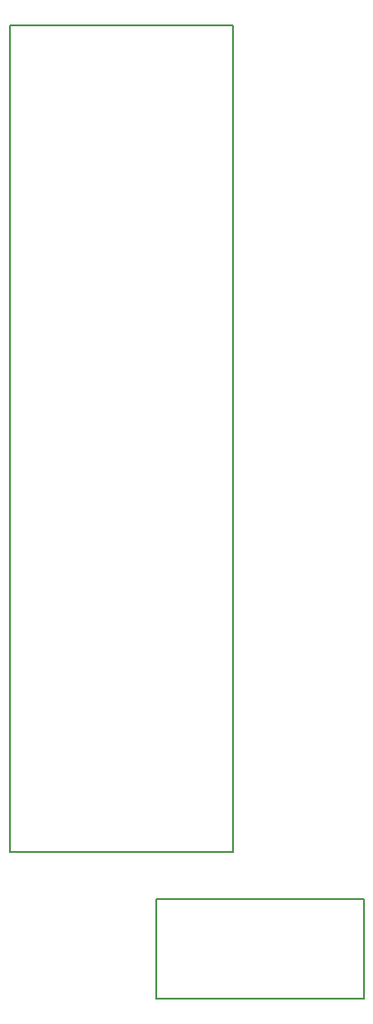
<source format=gbr>
G04*
G04 #@! TF.GenerationSoftware,Altium Limited,Altium Designer,23.10.1 (27)*
G04*
G04 Layer_Color=16711935*
%FSLAX42Y42*%
%MOMM*%
G71*
G04*
G04 #@! TF.SameCoordinates,D788F153-7B32-47A3-9728-DC68925F5BF0*
G04*
G04*
G04 #@! TF.FilePolarity,Positive*
G04*
G01*
G75*
%ADD11C,0.20*%
D11*
X-165Y-4966D02*
X1775D01*
X-165D02*
Y-4039D01*
X1775D01*
Y-4966D02*
Y-4039D01*
X-1540Y-3594D02*
Y4136D01*
X550D01*
Y-3594D02*
Y4136D01*
X-1540Y-3594D02*
X550D01*
M02*

</source>
